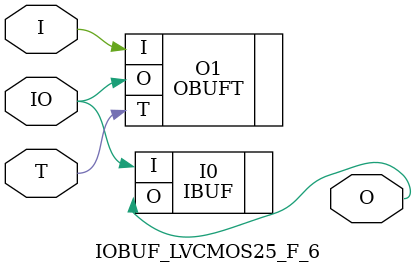
<source format=v>


`timescale  1 ps / 1 ps


module IOBUF_LVCMOS25_F_6 (O, IO, I, T);

    output O;

    inout  IO;

    input  I, T;

        OBUFT #(.IOSTANDARD("LVCMOS25"), .SLEW("FAST"), .DRIVE(6)) O1 (.O(IO), .I(I), .T(T)); 
	IBUF #(.IOSTANDARD("LVCMOS25"))  I0 (.O(O), .I(IO));
        

endmodule



</source>
